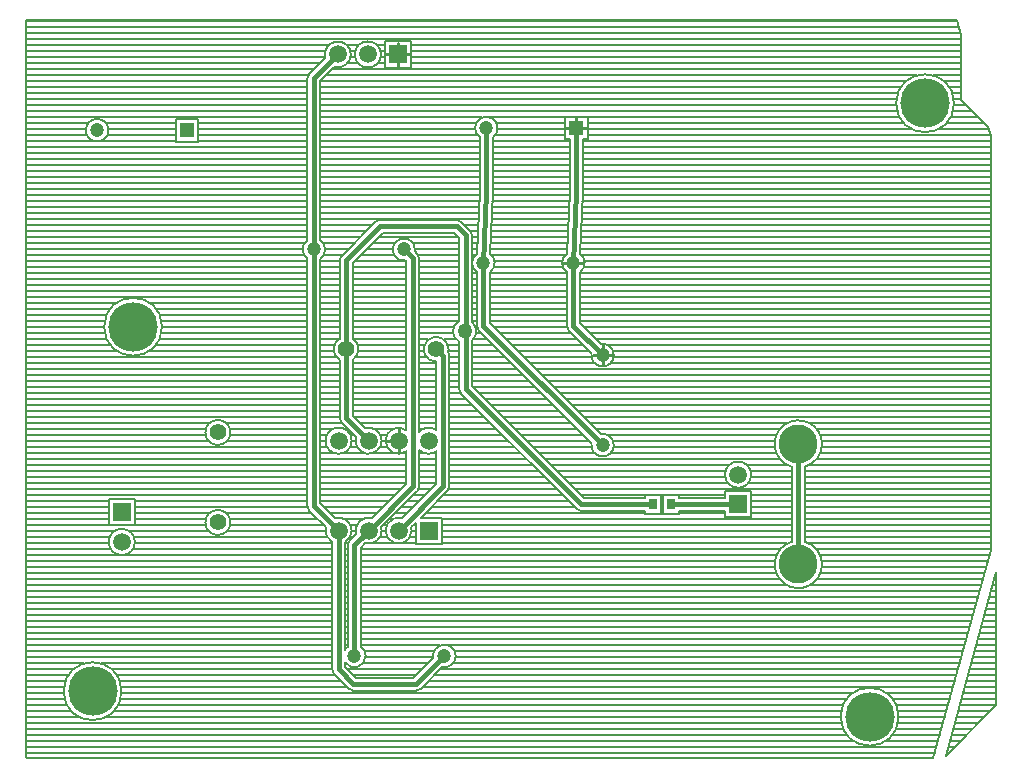
<source format=gtl>
G04*
G04 #@! TF.GenerationSoftware,Altium Limited,Altium Designer,20.0.9 (164)*
G04*
G04 Layer_Physical_Order=1*
G04 Layer_Color=255*
%FSLAX25Y25*%
%MOIN*%
G70*
G01*
G75*
%ADD13C,0.01000*%
%ADD15R,0.02756X0.03543*%
%ADD26C,0.00800*%
%ADD27C,0.01500*%
%ADD28C,0.04724*%
%ADD29R,0.04724X0.04724*%
%ADD30C,0.05906*%
%ADD31R,0.05906X0.05906*%
%ADD32R,0.05906X0.05906*%
%ADD33C,0.16500*%
%ADD34C,0.05512*%
%ADD35C,0.12992*%
%ADD36C,0.05000*%
D13*
X184750Y211250D02*
X188112D01*
X184750D02*
Y214612D01*
X181388Y211250D02*
X184750D01*
X193500Y135500D02*
Y138862D01*
Y135500D02*
X196862D01*
X193500Y132138D02*
Y135500D01*
X190138D02*
X193500D01*
X180388Y166250D02*
X183750D01*
X187112D01*
X125250Y235750D02*
Y239703D01*
X121297Y235750D02*
X125250D01*
X129203D01*
X125250Y231797D02*
Y235750D01*
X125500Y107000D02*
Y110953D01*
X121547Y107000D02*
X125500D01*
Y103047D02*
Y107000D01*
D15*
X210344Y85750D02*
D03*
X216250D02*
D03*
D26*
X310650Y219500D02*
G03*
X310650Y219500I-9650J0D01*
G01*
X187512Y166250D02*
G03*
X186029Y169243I-3762J0D01*
G01*
X185900Y163163D02*
G03*
X187512Y166250I-2150J3087D01*
G01*
X197262Y135500D02*
G03*
X192837Y139203I-3762J0D01*
G01*
X189797Y136163D02*
G03*
X197262Y135500I3703J-663D01*
G01*
X181733Y169426D02*
G03*
X181600Y163163I2017J-3176D01*
G01*
Y145250D02*
G03*
X182230Y143730I2150J0D01*
G01*
X181600Y145250D02*
G03*
X182230Y143730I2150J0D01*
G01*
X158512Y211250D02*
G03*
X152600Y208163I-3762J0D01*
G01*
X156900D02*
G03*
X158512Y211250I-2150J3087D01*
G01*
X157512Y166250D02*
G03*
X156029Y169243I-3762J0D01*
G01*
X155900Y163163D02*
G03*
X157512Y166250I-2150J3087D01*
G01*
X151733Y169426D02*
G03*
X150000Y166553I2017J-3176D01*
G01*
Y165947D02*
G03*
X151600Y163163I3750J303D01*
G01*
X150000Y175450D02*
G03*
X149370Y176970I-2150J0D01*
G01*
X146370Y179970D02*
G03*
X144850Y180600I-1520J-1520D01*
G01*
X150000Y175450D02*
G03*
X149370Y176970I-2150J0D01*
G01*
X146370Y179970D02*
G03*
X144850Y180600I-1520J-1520D01*
G01*
X130953Y170087D02*
G03*
X131012Y170750I-3703J663D01*
G01*
X132400Y167750D02*
G03*
X131770Y169270I-2150J0D01*
G01*
X132400Y167750D02*
G03*
X131770Y169270I-2150J0D01*
G01*
X151600Y145250D02*
G03*
X152230Y143730I2150J0D01*
G01*
X151600Y145250D02*
G03*
X152230Y143730I2150J0D01*
G01*
X151400Y143500D02*
G03*
X150000Y146493I-3900J0D01*
G01*
Y140507D02*
G03*
X151400Y143500I-2500J2993D01*
G01*
X145700Y146960D02*
G03*
X145700Y140040I1800J-3460D01*
G01*
X142025Y136464D02*
G03*
X142156Y137500I-4025J1036D01*
G01*
X142400Y135250D02*
G03*
X142025Y136464I-2150J0D01*
G01*
X142400Y135250D02*
G03*
X142025Y136464I-2150J0D01*
G01*
X142156Y137500D02*
G03*
X138100Y133345I-4156J0D01*
G01*
X260900Y98310D02*
G03*
X266646Y105907I-2150J7598D01*
G01*
Y65750D02*
G03*
X260900Y73348I-7896J0D01*
G01*
X256600D02*
G03*
X266646Y65750I2150J-7598D01*
G01*
Y105907D02*
G03*
X256600Y98310I-7896J0D01*
G01*
X292150Y15000D02*
G03*
X292150Y15000I-9650J0D01*
G01*
X145700Y124250D02*
G03*
X146330Y122730I2150J0D01*
G01*
X145700Y124250D02*
G03*
X146330Y122730I2150J0D01*
G01*
X197262Y105500D02*
G03*
X192837Y109203I-3762J0D01*
G01*
X189797Y106163D02*
G03*
X197262Y105500I3703J-663D01*
G01*
X243024Y95671D02*
G03*
X243024Y95671I-4353J0D01*
G01*
X138100Y110491D02*
G03*
X132400Y110056I-2600J-3491D01*
G01*
Y103944D02*
G03*
X138100Y103509I3100J3056D01*
G01*
X184830Y84230D02*
G03*
X186350Y83600I1520J1520D01*
G01*
X184830Y84230D02*
G03*
X186350Y83600I1520J1520D01*
G01*
X141770Y90230D02*
G03*
X142400Y91750I-1520J1520D01*
G01*
X141770Y90230D02*
G03*
X142400Y91750I-1520J1520D01*
G01*
X131770Y90230D02*
G03*
X132400Y91750I-1520J1520D01*
G01*
X131770Y90230D02*
G03*
X132400Y91750I-1520J1520D01*
G01*
X144512Y35250D02*
G03*
X137047Y34587I-3762J0D01*
G01*
X140087Y31547D02*
G03*
X144512Y35250I663J3703D01*
G01*
X131350Y23700D02*
G03*
X132870Y24330I0J2150D01*
G01*
X131350Y23700D02*
G03*
X132870Y24330I0J2150D01*
G01*
X109603Y235750D02*
G03*
X101054Y234594I-4353J0D01*
G01*
X119603Y235750D02*
G03*
X119603Y235750I-4353J0D01*
G01*
X104094Y231554D02*
G03*
X109603Y235750I1156J4197D01*
G01*
X119250Y180600D02*
G03*
X117730Y179970I0J-2150D01*
G01*
X119250Y180600D02*
G03*
X117730Y179970I0J-2150D01*
G01*
X131012Y170750D02*
G03*
X127913Y167047I-3762J0D01*
G01*
X106480Y168720D02*
G03*
X105850Y167200I1520J-1520D01*
G01*
X106480Y168720D02*
G03*
X105850Y167200I1520J-1520D01*
G01*
X110150Y133943D02*
G03*
X112156Y137500I-2150J3557D01*
G01*
D02*
G03*
X110150Y141057I-4156J0D01*
G01*
X95730Y229270D02*
G03*
X95100Y227750I1520J-1520D01*
G01*
X95730Y229270D02*
G03*
X95100Y227750I1520J-1520D01*
G01*
X101012Y170750D02*
G03*
X99400Y173837I-3762J0D01*
G01*
Y167663D02*
G03*
X101012Y170750I-2150J3087D01*
G01*
X28762Y210500D02*
G03*
X28762Y210500I-3762J0D01*
G01*
X95100Y173837D02*
G03*
X95100Y167663I2150J-3087D01*
G01*
X105850Y141057D02*
G03*
X105850Y133943I2150J-3557D01*
G01*
X46650Y145000D02*
G03*
X46650Y145000I-9650J0D01*
G01*
X128100Y110491D02*
G03*
X128100Y103509I-2600J-3491D01*
G01*
X119853Y107000D02*
G03*
X114344Y111196I-4353J0D01*
G01*
X129853Y77000D02*
G03*
X129697Y78156I-4353J0D01*
G01*
X126656Y81196D02*
G03*
X129853Y77000I-1156J-4197D01*
G01*
X119853D02*
G03*
X119696Y78156I-4353J0D01*
G01*
X114344Y72803D02*
G03*
X119853Y77000I1156J4197D01*
G01*
X111303Y108156D02*
G03*
X119853Y107000I4197J-1156D01*
G01*
X109853D02*
G03*
X109853Y107000I-4353J0D01*
G01*
X116656Y81196D02*
G03*
X111303Y75844I-1156J-4197D01*
G01*
X109853Y77000D02*
G03*
X104344Y81196I-4353J0D01*
G01*
X107650Y73215D02*
G03*
X109853Y77000I-2150J3785D01*
G01*
X114512Y35250D02*
G03*
X112900Y38337I-3762J0D01*
G01*
X109230Y73770D02*
G03*
X108600Y72250I1520J-1520D01*
G01*
X109230Y73770D02*
G03*
X108600Y72250I1520J-1520D01*
G01*
X107650Y33118D02*
G03*
X114512Y35250I3100J2132D01*
G01*
X108930Y24330D02*
G03*
X110450Y23700I1520J1520D01*
G01*
X108930Y24330D02*
G03*
X110450Y23700I1520J1520D01*
G01*
X105850Y114500D02*
G03*
X106480Y112980I2150J0D01*
G01*
X105850Y114500D02*
G03*
X106480Y112980I2150J0D01*
G01*
X69406Y109750D02*
G03*
X69406Y109750I-4156J0D01*
G01*
X101304Y78156D02*
G03*
X103350Y73215I4197J-1156D01*
G01*
X95100Y85250D02*
G03*
X95730Y83730I2150J0D01*
G01*
X95100Y85250D02*
G03*
X95730Y83730I2150J0D01*
G01*
X69406Y79750D02*
G03*
X69406Y79750I-4156J0D01*
G01*
X37603Y73250D02*
G03*
X37603Y73250I-4353J0D01*
G01*
X108600Y38337D02*
G03*
X107650Y37382I2150J-3087D01*
G01*
X103350Y30800D02*
G03*
X103980Y29280I2150J0D01*
G01*
X103350Y30800D02*
G03*
X103980Y29280I2150J0D01*
G01*
X33150Y23500D02*
G03*
X33150Y23500I-9650J0D01*
G01*
X310621Y218750D02*
X314750D01*
X313050Y220450D02*
X321969Y211531D01*
X307369Y226750D02*
X313050D01*
X309097Y224750D02*
X313050D01*
X310250Y216750D02*
X316750D01*
X309400Y214750D02*
X318750D01*
X307896Y212750D02*
X320750D01*
X305069Y210750D02*
X322195D01*
X311621Y247350D02*
X313050Y242404D01*
Y220450D02*
Y242404D01*
X303749Y228750D02*
X313050D01*
X310086Y222750D02*
X313050D01*
X310569Y220750D02*
X313050D01*
X188512Y214750D02*
X292600D01*
X188512Y212750D02*
X294104D01*
X321969Y211531D02*
X322850Y208481D01*
X186900Y206750D02*
X322850D01*
X186900Y204750D02*
X322850D01*
X186900Y202750D02*
X322850D01*
X186900Y192750D02*
X322850D01*
X186900Y190750D02*
X322850D01*
X186900Y198750D02*
X322850D01*
X188512Y207488D02*
Y215012D01*
Y210750D02*
X296931D01*
X188512Y208750D02*
X322772D01*
X186900Y194750D02*
X322850D01*
X186900Y189750D02*
Y207488D01*
X188512D01*
X180988Y215012D02*
X188512D01*
X186900Y200750D02*
X322850D01*
X186900Y196750D02*
X322850D01*
X156900Y206750D02*
X182600D01*
X180988Y207488D02*
X182600D01*
X156900Y204750D02*
X182600D01*
X156900Y202750D02*
X182600D01*
X156900Y200750D02*
X182600D01*
X156900Y196750D02*
X182600D01*
X156900Y194750D02*
X182600D01*
X156900Y198750D02*
X182600D01*
X186859Y188750D02*
X322850D01*
X186029Y169243D02*
X186898Y189659D01*
X156900Y192750D02*
X182600D01*
Y189796D02*
Y207488D01*
X186774Y186750D02*
X322850D01*
X186689Y184750D02*
X322850D01*
X186604Y182750D02*
X322850D01*
X156900Y190750D02*
X182600D01*
X181733Y169426D02*
X182600Y189796D01*
X156859Y188750D02*
X182555D01*
X156774Y186750D02*
X182470D01*
X156689Y184750D02*
X182385D01*
X156604Y182750D02*
X182300D01*
X156519Y180750D02*
X182215D01*
X186519D02*
X322850D01*
X186434Y178750D02*
X322850D01*
X186349Y176750D02*
X322850D01*
X186264Y174750D02*
X322850D01*
X186561Y168750D02*
X322850D01*
X187479Y166750D02*
X322850D01*
X186179Y172750D02*
X322850D01*
X186093Y170750D02*
X322850D01*
X187200Y164750D02*
X322850D01*
X185900Y158750D02*
X322850D01*
X185900Y154750D02*
X322850D01*
X185900Y152750D02*
X322850D01*
X185900Y156750D02*
X322850D01*
X191291Y140750D02*
X322850D01*
X195395Y138750D02*
X322850D01*
X187291Y144750D02*
X322850D01*
X189291Y142750D02*
X322850D01*
X197048Y136750D02*
X322850D01*
X197187Y134750D02*
X322850D01*
X196067Y132750D02*
X322850D01*
X185900Y146141D02*
Y163163D01*
Y162750D02*
X322850D01*
X185900Y160750D02*
X322850D01*
X185900Y148750D02*
X322850D01*
X185900Y146750D02*
X322850D01*
X185900Y150750D02*
X322850D01*
X156434Y178750D02*
X182130D01*
X156349Y176750D02*
X182045D01*
X156264Y174750D02*
X181960D01*
X156178Y172750D02*
X181875D01*
X157291Y144750D02*
X181659D01*
X156093Y170750D02*
X181790D01*
X185900Y146141D02*
X192837Y139203D01*
X171291Y130750D02*
X322850D01*
X167291Y134750D02*
X189813D01*
X169291Y132750D02*
X190933D01*
X175291Y126750D02*
X322850D01*
X177291Y124750D02*
X322850D01*
X173291Y128750D02*
X322850D01*
X182230Y143730D02*
X189797Y136163D01*
X159291Y142750D02*
X183209D01*
X163291Y138750D02*
X187209D01*
X165291Y136750D02*
X189209D01*
X161291Y140750D02*
X185209D01*
X158200Y212750D02*
X180988D01*
Y207488D02*
Y215012D01*
X156130Y214750D02*
X180988D01*
X158479Y210750D02*
X180988D01*
X157561Y208750D02*
X180988D01*
X156561Y168750D02*
X180939D01*
X156900Y189750D02*
Y208163D01*
X156029Y169243D02*
X156898Y189659D01*
X152600Y189796D02*
Y208163D01*
X151733Y169426D02*
X152600Y189796D01*
X150000Y172750D02*
X151875D01*
X150000Y170750D02*
X151789D01*
X150000Y174750D02*
X151960D01*
X157479Y166750D02*
X180021D01*
X181600Y145250D02*
Y163163D01*
X157200Y164750D02*
X180300D01*
X155900Y162750D02*
X181600D01*
X155900Y158750D02*
X181600D01*
X155900Y156750D02*
X181600D01*
X155900Y160750D02*
X181600D01*
X150000Y166553D02*
Y175450D01*
X155900Y146141D02*
Y163163D01*
X151600Y145250D02*
Y163163D01*
X147591Y178750D02*
X152130D01*
X146370Y179970D02*
X149370Y176970D01*
X149562Y176750D02*
X152045D01*
X150000Y168750D02*
X150939D01*
X143959Y176300D02*
X145700Y174559D01*
X130437Y172750D02*
X145700D01*
X131012Y170750D02*
X145700D01*
X130953Y170087D02*
X131770Y169270D01*
X132153Y168750D02*
X145700D01*
X150000Y162750D02*
X151600D01*
X150000Y146493D02*
Y165947D01*
X132400Y164750D02*
X145700D01*
X132400Y162750D02*
X145700D01*
X150000Y158750D02*
X151600D01*
X150000Y156750D02*
X151600D01*
X150000Y160750D02*
X151600D01*
X132400Y166750D02*
X145700D01*
Y146960D02*
Y174559D01*
X132400Y158750D02*
X145700D01*
X132400Y156750D02*
X145700D01*
X132400Y160750D02*
X145700D01*
X155900Y150750D02*
X181600D01*
X155900Y148750D02*
X181600D01*
X155900Y154750D02*
X181600D01*
X155900Y152750D02*
X181600D01*
X155900Y146750D02*
X181600D01*
X151327Y142750D02*
X153209D01*
X150000Y150750D02*
X151600D01*
X150000Y148750D02*
X151600D01*
X150000Y154750D02*
X151600D01*
X150000Y152750D02*
X151600D01*
X151194Y144750D02*
X151659D01*
X150000Y146750D02*
X151600D01*
X150000Y132750D02*
X163209D01*
X150000Y130750D02*
X165209D01*
X150000Y136750D02*
X159209D01*
X150000Y134750D02*
X161209D01*
X150000Y126750D02*
X169209D01*
X150391Y124750D02*
X171209D01*
X150000Y128750D02*
X167209D01*
X150265Y140750D02*
X155209D01*
X150000Y125141D02*
Y140507D01*
Y138750D02*
X157209D01*
X145700Y124250D02*
Y140040D01*
X142400Y128750D02*
X145700D01*
X132400Y150750D02*
X145700D01*
X132400Y148750D02*
X145700D01*
X132400Y154750D02*
X145700D01*
X132400Y152750D02*
X145700D01*
X141964Y138750D02*
X145700D01*
X142088Y136750D02*
X145700D01*
X132400Y146750D02*
X145344D01*
X132400Y140750D02*
X135410D01*
X140590D02*
X144735D01*
X132400Y144750D02*
X143806D01*
X132400Y142750D02*
X143673D01*
X132400Y138750D02*
X134037D01*
X132400Y136750D02*
X133912D01*
X142400Y134750D02*
X145700D01*
X142400Y132750D02*
X145700D01*
X142400Y126750D02*
X145700D01*
X142400Y124750D02*
X145700D01*
X142400Y130750D02*
X145700D01*
X132400Y134750D02*
X134884D01*
X132400Y132750D02*
X138100D01*
X132400Y130750D02*
X138100D01*
X132400Y126750D02*
X138100D01*
X132400Y124750D02*
X138100D01*
X132400Y128750D02*
X138100D01*
X266117Y108750D02*
X322850D01*
X266601Y106750D02*
X322850D01*
X262690Y112750D02*
X322850D01*
X264987Y110750D02*
X322850D01*
X266561Y104750D02*
X322850D01*
X265987Y102750D02*
X322850D01*
X264729Y100750D02*
X322850D01*
X262085Y98750D02*
X322850D01*
X260900Y94750D02*
X322850D01*
X260900Y92750D02*
X322850D01*
X260900Y96750D02*
X322850D01*
X260900Y88750D02*
X322850D01*
X260900Y86750D02*
X322850D01*
X260900Y90750D02*
X322850D01*
X260900Y84750D02*
X322850D01*
Y70506D02*
Y208481D01*
X260900Y82750D02*
X322850D01*
X260900Y80750D02*
X322850D01*
X260900Y76750D02*
X322850D01*
X260900Y74750D02*
X322850D01*
X260900Y78750D02*
X322850D01*
X260900Y73348D02*
Y98310D01*
X256600Y73348D02*
Y98310D01*
X264861Y70750D02*
X322850D01*
X303801Y1150D02*
X322850Y70506D01*
X262403Y72750D02*
X322850D01*
X183291Y118750D02*
X322850D01*
X185291Y116750D02*
X322850D01*
X179291Y122750D02*
X322850D01*
X181291Y120750D02*
X322850D01*
X241748Y98750D02*
X255415D01*
X187291Y114750D02*
X322850D01*
X195395Y108750D02*
X251383D01*
X197048Y106750D02*
X250899D01*
X189291Y112750D02*
X254810D01*
X191291Y110750D02*
X252513D01*
X197187Y104750D02*
X250939D01*
X196067Y102750D02*
X251513D01*
X174391Y100750D02*
X252771D01*
X242888Y96750D02*
X256600D01*
X242925Y94750D02*
X256600D01*
X241898Y92750D02*
X256600D01*
X184391Y90750D02*
X256600D01*
X243024Y86750D02*
X256600D01*
X243024Y84750D02*
X256600D01*
X243024Y88750D02*
X256600D01*
X234318Y90182D02*
X243024D01*
Y82750D02*
X256600D01*
X139853Y80750D02*
X256600D01*
X139853Y78750D02*
X256600D01*
X139853Y74750D02*
X256600D01*
X139853Y72750D02*
X255097D01*
X139853Y76750D02*
X256600D01*
X320266Y46750D02*
X324750D01*
X319717Y44750D02*
X324750D01*
X319167Y42750D02*
X324750D01*
X318618Y40750D02*
X324750D01*
X318069Y38750D02*
X324750D01*
X317520Y36750D02*
X324750D01*
X316970Y34750D02*
X324750D01*
X316421Y32750D02*
X324750D01*
X324111Y60750D02*
X324750D01*
X323562Y58750D02*
X324750D01*
X323013Y56750D02*
X324750D01*
X322463Y54750D02*
X324750D01*
X321914Y52750D02*
X324750D01*
X321365Y50750D02*
X324750D01*
X320815Y48750D02*
X324750D01*
X315872Y30750D02*
X324750D01*
Y18750D02*
Y63076D01*
X315322Y28750D02*
X324750D01*
X314773Y26750D02*
X324750D01*
X314224Y24750D02*
X324750D01*
X313675Y22750D02*
X324750D01*
X313125Y20750D02*
X324750D01*
X312576Y18750D02*
X324750D01*
X312027Y16750D02*
X322750D01*
X311477Y14750D02*
X320750D01*
X310928Y12750D02*
X318750D01*
X310379Y10750D02*
X316750D01*
X309829Y8750D02*
X314750D01*
X309280Y6750D02*
X312750D01*
X266582Y66750D02*
X321818D01*
X266582Y64750D02*
X321269D01*
X266054Y68750D02*
X322368D01*
X266054Y62750D02*
X320720D01*
X264861Y60750D02*
X320170D01*
X262403Y58750D02*
X319621D01*
X142130Y38750D02*
X314128D01*
X144200Y36750D02*
X313579D01*
X144479Y34750D02*
X313030D01*
X143561Y32750D02*
X312480D01*
X139291Y30750D02*
X311931D01*
X137291Y28750D02*
X311382D01*
X135291Y26750D02*
X310833D01*
X133291Y24750D02*
X310283D01*
X291392Y18750D02*
X308635D01*
X307966Y1966D02*
X324750Y63076D01*
X288250Y22750D02*
X309734D01*
X290250Y20750D02*
X309185D01*
X308731Y4750D02*
X310750D01*
X308182Y2750D02*
X308750D01*
X307966Y1966D02*
X324750Y18750D01*
X291990Y16750D02*
X308086D01*
X292147Y14750D02*
X307537D01*
X291884Y12750D02*
X306987D01*
X291164Y10750D02*
X306438D01*
X289853Y8750D02*
X305889D01*
X287506Y6750D02*
X305340D01*
X156391Y118750D02*
X177209D01*
X158391Y116750D02*
X179209D01*
X152391Y122750D02*
X173209D01*
X154391Y120750D02*
X175209D01*
X162391Y112750D02*
X183209D01*
X164391Y110750D02*
X185209D01*
X160391Y114750D02*
X181209D01*
X142400Y112750D02*
X156309D01*
X142400Y122750D02*
X146310D01*
X142400Y120750D02*
X148309D01*
X142400Y116750D02*
X152309D01*
X142400Y114750D02*
X154309D01*
X142400Y118750D02*
X150309D01*
X155900Y146141D02*
X192837Y109203D01*
X172391Y102750D02*
X190933D01*
X178391Y96750D02*
X234454D01*
X176391Y98750D02*
X235594D01*
X166391Y108750D02*
X187209D01*
X152230Y143730D02*
X189797Y106163D01*
X150000Y125141D02*
X187241Y87900D01*
X146330Y122730D02*
X184830Y84230D01*
X168391Y106750D02*
X189209D01*
X170391Y104750D02*
X189813D01*
X142400Y100750D02*
X168309D01*
X132400Y116750D02*
X138100D01*
X132400Y114750D02*
X138100D01*
X132400Y122750D02*
X138100D01*
X132400Y118750D02*
X138100D01*
X142400Y108750D02*
X160309D01*
X142400Y106750D02*
X162309D01*
X142400Y110750D02*
X158309D01*
X138100Y110491D02*
Y133345D01*
X132400Y110056D02*
Y167750D01*
Y120750D02*
X138100D01*
X132400Y112750D02*
X138100D01*
X132400Y110750D02*
X133290D01*
X137710D02*
X138100D01*
X142400Y104750D02*
X164309D01*
X142400Y91750D02*
Y135250D01*
Y102750D02*
X166309D01*
X142400Y96750D02*
X172309D01*
X142400Y94750D02*
X174309D01*
X142400Y98750D02*
X170309D01*
X136440Y102750D02*
X138100D01*
Y92641D02*
Y103509D01*
X132400Y102750D02*
X134560D01*
X132400Y91750D02*
Y103944D01*
Y98750D02*
X138100D01*
X132400Y96750D02*
X138100D01*
X132400Y100750D02*
X138100D01*
X219028Y87979D02*
Y88922D01*
X234318Y87979D02*
Y90182D01*
X180391Y94750D02*
X234417D01*
X182391Y92750D02*
X235444D01*
X219028Y87979D02*
X234318D01*
X219028Y83679D02*
X234318D01*
X213472Y88922D02*
X219028D01*
Y88750D02*
X234318D01*
X207566Y88922D02*
X213122D01*
Y88750D02*
X213472D01*
X186391D02*
X207566D01*
Y87900D02*
Y88922D01*
X213122Y86750D02*
X213472D01*
X213122Y84750D02*
X213472D01*
X187241Y87900D02*
X207566D01*
X234318Y81476D02*
Y83679D01*
X243024Y81476D02*
Y90182D01*
X213472Y82578D02*
Y88922D01*
X219028Y82578D02*
Y83679D01*
Y82750D02*
X234318D01*
Y81476D02*
X243024D01*
X213472Y82578D02*
X219028D01*
X186350Y83600D02*
X207566D01*
X213122Y82578D02*
Y88922D01*
Y82750D02*
X213472D01*
X207566Y82578D02*
Y83600D01*
Y82578D02*
X213122D01*
X142400Y92750D02*
X176309D01*
X142153Y90750D02*
X178309D01*
X140291Y88750D02*
X180309D01*
X138291Y86750D02*
X182309D01*
X136291Y84750D02*
X184309D01*
X134291Y82750D02*
X207566D01*
X132400Y94750D02*
X138100D01*
X132400Y92750D02*
X138100D01*
X132153Y90750D02*
X136209D01*
X130291Y88750D02*
X134209D01*
X132893Y81353D02*
X141770Y90230D01*
X139853Y72647D02*
Y81353D01*
X132893D02*
X139853D01*
X131147Y72647D02*
X139853D01*
X132870Y24330D02*
X140087Y31547D01*
X130291Y78750D02*
X131147D01*
Y72647D02*
Y79607D01*
X129697Y78156D02*
X131147Y79607D01*
X129846Y76750D02*
X131147D01*
X130459Y28000D02*
X137047Y34587D01*
X129603Y238750D02*
X313050D01*
X129603Y236750D02*
X313050D01*
X120897Y240103D02*
X129603D01*
Y234750D02*
X313050D01*
X129603Y232750D02*
X313050D01*
X118404Y238750D02*
X120897D01*
X119486Y236750D02*
X120897D01*
X108404Y238750D02*
X112096D01*
X109486Y236750D02*
X111014D01*
X119486Y234750D02*
X120897D01*
X109486D02*
X111014D01*
X129603Y231397D02*
Y240103D01*
X120897Y231397D02*
X129603D01*
X103291Y230750D02*
X313050D01*
X101291Y228750D02*
X298251D01*
X119250Y180600D02*
X144850D01*
X99400Y194750D02*
X152600D01*
X120897Y231397D02*
Y240103D01*
X108404Y232750D02*
X112096D01*
X118404D02*
X120897D01*
X29750Y247350D02*
X311621D01*
X1150Y246750D02*
X311794D01*
X1150Y244750D02*
X312372D01*
X1150Y242750D02*
X312950D01*
X99400Y226750D02*
X294631D01*
X99400Y224750D02*
X292903D01*
X1150Y240750D02*
X313050D01*
X99400Y218750D02*
X291379D01*
X99400Y216750D02*
X291750D01*
X99400Y222750D02*
X291914D01*
X99400Y220750D02*
X291431D01*
X99400Y212750D02*
X151300D01*
X99400Y210750D02*
X151021D01*
X99400Y214750D02*
X153370D01*
X99400Y202750D02*
X152600D01*
X99400Y200750D02*
X152600D01*
X99400Y206750D02*
X152600D01*
X99400Y204750D02*
X152600D01*
X99400Y196750D02*
X152600D01*
X99400Y192750D02*
X152600D01*
X99400Y198750D02*
X152600D01*
X99400Y188750D02*
X152556D01*
X99400Y186750D02*
X152470D01*
X99400Y208750D02*
X151939D01*
X99400Y190750D02*
X152600D01*
X99400Y182750D02*
X152300D01*
X99400Y180750D02*
X152215D01*
X99400Y184750D02*
X152385D01*
X120141Y176300D02*
X143959D01*
X118591Y174750D02*
X145509D01*
X110591Y166750D02*
X128100D01*
X110150Y154750D02*
X128100D01*
X110150Y152750D02*
X128100D01*
X110150Y164750D02*
X128100D01*
X110150Y158750D02*
X128100D01*
X116591Y172750D02*
X124063D01*
X114591Y170750D02*
X123488D01*
X112591Y168750D02*
X124063D01*
X110150Y166309D02*
X120141Y176300D01*
X110150Y160750D02*
X128100D01*
X110150Y156750D02*
X128100D01*
X110150Y162750D02*
X128100D01*
X110150Y146750D02*
X128100D01*
X110150Y144750D02*
X128100D01*
X110150Y150750D02*
X128100D01*
X110150Y148750D02*
X128100D01*
X111963Y138750D02*
X128100D01*
X112088Y136750D02*
X128100D01*
X110590Y140750D02*
X128100D01*
X110150Y141057D02*
Y166309D01*
X111116Y134750D02*
X128100D01*
X110150Y126750D02*
X128100D01*
X110150Y124750D02*
X128100D01*
X110150Y118750D02*
X128100D01*
X110150Y116750D02*
X128100D01*
X110150Y122750D02*
X128100D01*
X99400Y178750D02*
X116509D01*
X106480Y168720D02*
X117730Y179970D01*
X99400Y176750D02*
X114509D01*
X99400Y174750D02*
X112509D01*
X100437Y172750D02*
X110509D01*
X101012Y170750D02*
X108509D01*
X100437Y168750D02*
X106509D01*
X99400Y154750D02*
X105850D01*
X99400Y152750D02*
X105850D01*
X99400Y148750D02*
X105850D01*
X99400Y146750D02*
X105850D01*
X99400Y150750D02*
X105850D01*
X110150Y132750D02*
X128100D01*
X110150Y142750D02*
X128100D01*
X110150Y128750D02*
X128100D01*
X110150Y120750D02*
X128100D01*
X110150Y130750D02*
X128100D01*
X105850Y141057D02*
Y167200D01*
X110150Y115391D02*
Y133943D01*
X99400Y128750D02*
X105850D01*
X99400Y126750D02*
X105850D01*
X99400Y118750D02*
X105850D01*
X99400Y116750D02*
X105850D01*
X99400Y120750D02*
X105850D01*
X95730Y229270D02*
X101054Y234594D01*
X99400Y226859D02*
X104094Y231554D01*
X1150Y224750D02*
X95100D01*
X1150Y222750D02*
X95100D01*
X1150Y228750D02*
X95347D01*
X1150Y226750D02*
X95100D01*
X51238Y214262D02*
X58762D01*
Y212750D02*
X95100D01*
X1150Y220750D02*
X95100D01*
X28015Y212750D02*
X51238D01*
X58762Y210750D02*
X95100D01*
X58762Y208750D02*
X95100D01*
X28754Y210750D02*
X51238D01*
X95100Y173837D02*
Y227750D01*
X99400Y173837D02*
Y226859D01*
X58762Y206750D02*
X95100D01*
X1150Y182750D02*
X95100D01*
X1150Y180750D02*
X95100D01*
X51238Y206738D02*
Y214262D01*
X58762Y206738D02*
Y214262D01*
X28330Y208750D02*
X51238D01*
Y206738D02*
X58762D01*
X25303Y206750D02*
X51238D01*
X1150Y234750D02*
X101014D01*
X1150Y232750D02*
X99209D01*
X1150Y238750D02*
X102096D01*
X1150Y236750D02*
X101014D01*
X1150Y218750D02*
X95100D01*
X1150Y216750D02*
X95100D01*
X1150Y230750D02*
X97209D01*
X1150Y212750D02*
X21985D01*
X1150Y210750D02*
X21246D01*
X1150Y247350D02*
X29750D01*
X1150Y214750D02*
X95100D01*
X1150Y206750D02*
X24697D01*
X1150Y204750D02*
X95100D01*
X1150Y208750D02*
X21670D01*
X1150Y198750D02*
X95100D01*
X1150Y196750D02*
X95100D01*
X1150Y202750D02*
X95100D01*
X1150Y200750D02*
X95100D01*
X1150Y192750D02*
X95100D01*
X1150Y190750D02*
X95100D01*
X1150Y194750D02*
X95100D01*
X1150Y184750D02*
X95100D01*
X1150Y178750D02*
X95100D01*
X1150Y188750D02*
X95100D01*
X1150Y186750D02*
X95100D01*
X1150Y174750D02*
X95100D01*
X1150Y172750D02*
X94063D01*
X1150Y176750D02*
X95100D01*
X99400Y162750D02*
X105850D01*
X99400Y160750D02*
X105850D01*
X99400Y166750D02*
X105850D01*
X99400Y164750D02*
X105850D01*
X99400Y144750D02*
X105850D01*
X99400Y142750D02*
X105850D01*
X99400Y158750D02*
X105850D01*
X99400Y156750D02*
X105850D01*
X44750Y150750D02*
X95100D01*
X45892Y148750D02*
X95100D01*
X1150Y160750D02*
X95100D01*
X42750Y152750D02*
X95100D01*
X46490Y146750D02*
X95100D01*
X46647Y144750D02*
X95100D01*
X46384Y142750D02*
X95100D01*
X99400Y140750D02*
X105410D01*
X99400Y132750D02*
X105850D01*
X99400Y130750D02*
X105850D01*
X99400Y122750D02*
X105850D01*
X99400Y114750D02*
X105850D01*
X99400Y124750D02*
X105850D01*
X45664Y140750D02*
X95100D01*
X99400Y138750D02*
X104036D01*
X44353D02*
X95100D01*
X99400Y136750D02*
X103912D01*
X99400Y134750D02*
X104884D01*
X42006Y136750D02*
X95100D01*
X1150Y164750D02*
X95100D01*
X1150Y162750D02*
X95100D01*
X1150Y168750D02*
X94063D01*
X1150Y166750D02*
X95100D01*
X1150Y156750D02*
X95100D01*
X1150Y154750D02*
X95100D01*
X1150Y158750D02*
X95100D01*
X1150Y150750D02*
X29250D01*
X1150Y148750D02*
X28108D01*
X1150Y170750D02*
X93488D01*
X1150Y152750D02*
X31250D01*
X1150Y144750D02*
X27353D01*
X1150Y142750D02*
X27616D01*
X1150Y146750D02*
X27510D01*
X1150Y122750D02*
X95100D01*
X1150Y120750D02*
X95100D01*
X1150Y126750D02*
X95100D01*
X1150Y124750D02*
X95100D01*
X1150Y116750D02*
X95100D01*
X1150Y114750D02*
X95100D01*
X1150Y118750D02*
X95100D01*
X1150Y136750D02*
X31994D01*
X1150Y134750D02*
X95100D01*
X1150Y140750D02*
X28336D01*
X1150Y138750D02*
X29647D01*
X1150Y130750D02*
X95100D01*
X1150Y128750D02*
X95100D01*
X1150Y132750D02*
X95100D01*
X127710Y110750D02*
X128100D01*
Y110491D02*
Y166859D01*
Y92641D02*
Y103509D01*
X128291Y86750D02*
X132209D01*
X126440Y102750D02*
X128100D01*
X119485Y108750D02*
X121514D01*
X117710Y110750D02*
X123290D01*
X119846Y106750D02*
X121154D01*
X119226Y104750D02*
X121774D01*
X116440Y102750D02*
X124560D01*
X126291Y84750D02*
X130209D01*
X126656Y81196D02*
X138100Y92641D01*
X124291Y82750D02*
X128209D01*
X119696Y78156D02*
X131770Y90230D01*
X129226Y74750D02*
X131147D01*
X122291Y80750D02*
X123290D01*
X120291Y78750D02*
X121514D01*
X116656Y81196D02*
X128100Y92641D01*
X119846Y76750D02*
X121154D01*
X119226Y74750D02*
X121774D01*
X112791Y112750D02*
X128100D01*
X110791Y114750D02*
X128100D01*
X106440Y102750D02*
X114560D01*
X99400Y98750D02*
X128100D01*
X99400Y96750D02*
X128100D01*
X99400Y100750D02*
X128100D01*
X110150Y115391D02*
X114344Y111196D01*
X107710Y110750D02*
X108709D01*
X106480Y112980D02*
X111303Y108156D01*
X109485Y108750D02*
X110709D01*
X109846Y106750D02*
X111154D01*
X109226Y104750D02*
X111774D01*
X99400Y90750D02*
X126209D01*
X99400Y88750D02*
X124209D01*
X99400Y94750D02*
X128100D01*
X99400Y92750D02*
X128100D01*
X100791Y84750D02*
X120209D01*
X102791Y82750D02*
X118209D01*
X99400Y86750D02*
X122209D01*
X109485Y78750D02*
X111514D01*
X107710Y80750D02*
X113290D01*
X109846Y76750D02*
X111154D01*
X109230Y73770D02*
X111303Y75844D01*
X112900Y60750D02*
X252639D01*
X112900Y58750D02*
X255097D01*
X112900Y70750D02*
X252639D01*
X112900Y68750D02*
X251446D01*
X112900Y52750D02*
X317973D01*
X112900Y50750D02*
X317424D01*
X112900Y56750D02*
X319072D01*
X112900Y54750D02*
X318523D01*
X116440Y72750D02*
X124560D01*
X126440D02*
X131147D01*
X109226Y74750D02*
X110209D01*
X112900Y71359D02*
X114344Y72803D01*
X112900Y64750D02*
X250918D01*
X112900Y62750D02*
X251446D01*
X112900Y66750D02*
X250918D01*
X112900Y44750D02*
X315776D01*
X112900Y42750D02*
X315227D01*
X112900Y48750D02*
X316875D01*
X112900Y46750D02*
X316325D01*
X112900Y38750D02*
X139370D01*
X114200Y36750D02*
X137300D01*
X112900Y40750D02*
X314678D01*
X114479Y34750D02*
X137021D01*
X113561Y32750D02*
X135209D01*
X112900Y38337D02*
Y71359D01*
X110591Y28750D02*
X131209D01*
X111341Y28000D02*
X130459D01*
X110450Y23700D02*
X131350D01*
X107650Y72750D02*
X108659D01*
X108591Y30750D02*
X133209D01*
X107650Y31691D02*
X111341Y28000D01*
X103980Y29280D02*
X108930Y24330D01*
X107650Y46750D02*
X108600D01*
X107650Y44750D02*
X108600D01*
X107650Y56750D02*
X108600D01*
X107650Y54750D02*
X108600D01*
X107650Y40750D02*
X108600D01*
X107650Y38750D02*
X108600D01*
X107650Y42750D02*
X108600D01*
X33121Y22750D02*
X276750D01*
X32750Y20750D02*
X274750D01*
X1150Y8750D02*
X275147D01*
X1150Y6750D02*
X277494D01*
X1150Y2750D02*
X304241D01*
X1537Y1150D02*
X303801D01*
X1150Y4750D02*
X304790D01*
X31900Y18750D02*
X273608D01*
X30396Y16750D02*
X273010D01*
X27569Y14750D02*
X272853D01*
X1150Y12750D02*
X273116D01*
X1150Y10750D02*
X273836D01*
X105850Y114500D02*
Y133943D01*
X99400Y112750D02*
X106709D01*
X99400Y104750D02*
X101774D01*
X99400Y102750D02*
X104560D01*
X99400Y110750D02*
X103290D01*
X99400Y108750D02*
X101514D01*
X69284Y110750D02*
X95100D01*
X69284Y108750D02*
X95100D01*
X68126Y112750D02*
X95100D01*
X68126Y106750D02*
X95100D01*
X99400D02*
X101154D01*
X37603Y86750D02*
X95100D01*
X99400Y86141D02*
Y167663D01*
Y86141D02*
X104344Y81196D01*
X69284Y80750D02*
X98709D01*
X95730Y83730D02*
X101304Y78156D01*
X69284Y78750D02*
X100709D01*
X68126Y76750D02*
X101154D01*
X95100Y85250D02*
Y167663D01*
X37603Y84750D02*
X95159D01*
X68126Y82750D02*
X96709D01*
X37603Y80750D02*
X61216D01*
X1150Y100750D02*
X95100D01*
X1150Y98750D02*
X95100D01*
X1150Y104750D02*
X95100D01*
X1150Y102750D02*
X95100D01*
X1150Y90750D02*
X95100D01*
X1150Y88750D02*
X95100D01*
X1150Y96750D02*
X95100D01*
X1150Y108750D02*
X61216D01*
X1150Y106750D02*
X62374D01*
X1150Y112750D02*
X62374D01*
X1150Y110750D02*
X61216D01*
X1150Y92750D02*
X95100D01*
X28897Y87603D02*
X37603D01*
X1150Y94750D02*
X95100D01*
X37603Y82750D02*
X62374D01*
X37603Y78897D02*
Y87603D01*
X28897Y78897D02*
X37603D01*
X1150Y78750D02*
X61216D01*
X35838Y76750D02*
X62374D01*
X1150D02*
X30662D01*
X28897Y78897D02*
Y87603D01*
X1150Y1537D02*
Y247350D01*
Y86750D02*
X28897D01*
X1150Y84750D02*
X28897D01*
X1150Y80750D02*
X28897D01*
X1150Y74750D02*
X29164D01*
X1150Y82750D02*
X28897D01*
X107650Y66750D02*
X108600D01*
X107650Y64750D02*
X108600D01*
X107650Y70750D02*
X108600D01*
X107650Y68750D02*
X108600D01*
X107650Y50750D02*
X108600D01*
X107650Y48750D02*
X108600D01*
X107650Y62750D02*
X108600D01*
X107650Y60750D02*
X108600D01*
X37574Y72750D02*
X103350D01*
X108600Y38337D02*
Y72250D01*
X37336Y74750D02*
X101774D01*
X36813Y70750D02*
X103350D01*
X107650Y58750D02*
X108600D01*
X107650Y52750D02*
X108600D01*
X1150Y64750D02*
X103350D01*
X107650Y37382D02*
Y73215D01*
Y31691D02*
Y33118D01*
X32586Y26750D02*
X106509D01*
X33069Y24750D02*
X108509D01*
X31597Y28750D02*
X104509D01*
X103350Y30800D02*
Y73215D01*
X26250Y32750D02*
X103350D01*
X29869Y30750D02*
X103351D01*
X1150Y24750D02*
X13931D01*
X1150Y20750D02*
X14250D01*
X1150Y52750D02*
X103350D01*
X1150Y50750D02*
X103350D01*
X1150Y56750D02*
X103350D01*
X1150Y54750D02*
X103350D01*
X1150Y46750D02*
X103350D01*
X1150Y44750D02*
X103350D01*
X1150Y48750D02*
X103350D01*
X1150Y68750D02*
X103350D01*
X1150Y66750D02*
X103350D01*
X1150Y72750D02*
X28926D01*
X1150Y70750D02*
X29687D01*
X1150Y60750D02*
X103350D01*
X1150Y58750D02*
X103350D01*
X1150Y62750D02*
X103350D01*
X1150Y38750D02*
X103350D01*
X1150Y36750D02*
X103350D01*
X1150Y42750D02*
X103350D01*
X1150Y40750D02*
X103350D01*
X1150Y32750D02*
X20751D01*
X1150Y14750D02*
X19431D01*
X1150Y34750D02*
X103350D01*
X1150Y26750D02*
X14414D01*
X1150Y22750D02*
X13879D01*
X1150Y30750D02*
X17131D01*
X1150Y28750D02*
X15403D01*
X1150Y16750D02*
X16604D01*
X1150Y1537D02*
X1537Y1150D01*
X1150Y18750D02*
X15100D01*
D27*
X147850Y124250D02*
Y175450D01*
X216250Y85829D02*
X238671D01*
X183750Y145250D02*
X193500Y135500D01*
X183750Y145250D02*
Y166250D01*
X184750Y189750D01*
Y211250D01*
X97250Y85250D02*
Y170750D01*
Y85250D02*
X105500Y77000D01*
X97250Y170750D02*
Y227750D01*
X105250Y235750D01*
X105500Y30800D02*
Y77000D01*
Y30800D02*
X110450Y25850D01*
X131350D01*
X140750Y35250D01*
X110750Y72250D02*
X115500Y77000D01*
X110750Y35250D02*
Y72250D01*
X115500Y77000D02*
X130250Y91750D01*
Y167750D01*
X127250Y170750D02*
X130250Y167750D01*
X153750Y166250D02*
X154750Y189750D01*
Y211250D01*
X153750Y145250D02*
Y166250D01*
Y145250D02*
X193500Y105500D01*
X258750Y65750D02*
Y105907D01*
X216250Y85750D02*
Y85829D01*
X125500Y77000D02*
X140250Y91750D01*
Y135250D01*
X138000Y137500D02*
X140250Y135250D01*
X108000Y114500D02*
Y137500D01*
Y114500D02*
X115500Y107000D01*
X108000Y137500D02*
Y167200D01*
X119250Y178450D01*
X144850D01*
X147850Y175450D01*
Y124250D02*
X186350Y85750D01*
X210344D01*
D28*
X154750Y211250D02*
D03*
X25000Y210500D02*
D03*
X97250Y170750D02*
D03*
X127250D02*
D03*
X183750Y166250D02*
D03*
X153750D02*
D03*
X193500Y135500D02*
D03*
Y105500D02*
D03*
X140750Y35250D02*
D03*
X110750D02*
D03*
D29*
X184750Y211250D02*
D03*
X55000Y210500D02*
D03*
D30*
X105250Y235750D02*
D03*
X115250D02*
D03*
X105500Y107000D02*
D03*
X115500D02*
D03*
X125500D02*
D03*
X135500D02*
D03*
X105500Y77000D02*
D03*
X115500D02*
D03*
X125500D02*
D03*
X33250Y73250D02*
D03*
X238671Y95671D02*
D03*
D31*
X125250Y235750D02*
D03*
X238671Y85829D02*
D03*
D32*
X135500Y77000D02*
D03*
X33250Y83250D02*
D03*
D33*
X37000Y145000D02*
D03*
X301000Y219500D02*
D03*
X23500Y23500D02*
D03*
X282500Y15000D02*
D03*
D34*
X108000Y137500D02*
D03*
X138000D02*
D03*
X65250Y79750D02*
D03*
Y109750D02*
D03*
D35*
X258750Y65750D02*
D03*
Y105907D02*
D03*
D36*
X147500Y143500D02*
D03*
M02*

</source>
